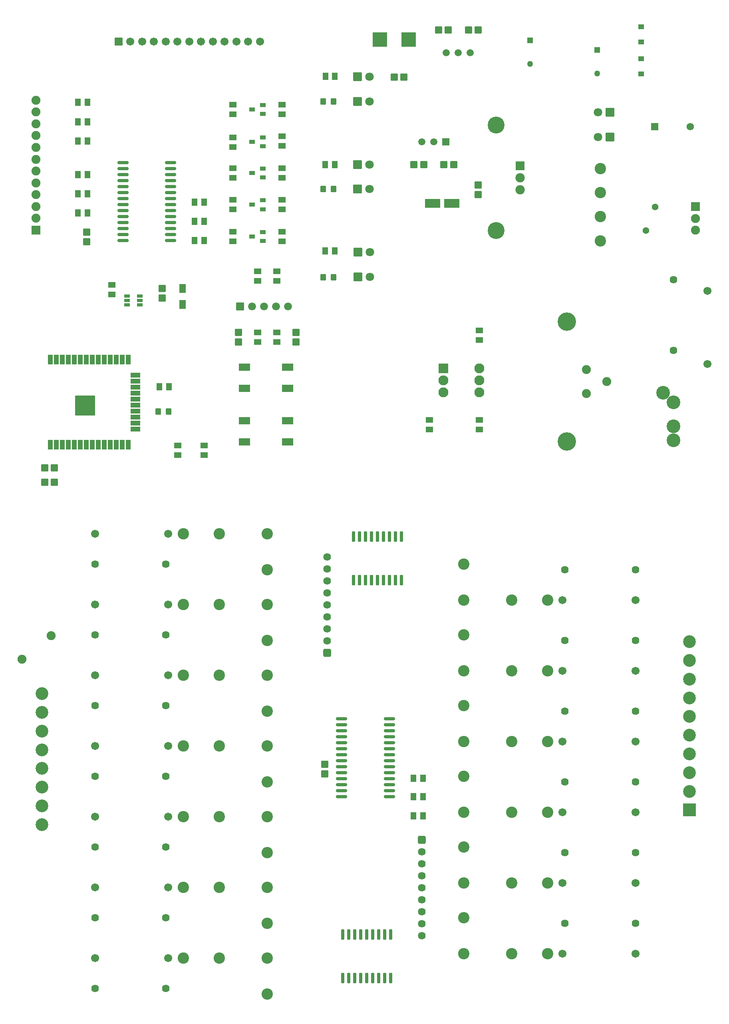
<source format=gts>
G04 Layer: TopSolderMaskLayer*
G04 EasyEDA Pro v2.1.49.573a4102.674264, 2024-03-15 18:46:32*
G04 Gerber Generator version 0.3*
G04 Scale: 100 percent, Rotated: No, Reflected: No*
G04 Dimensions in millimeters*
G04 Leading zeros omitted, absolute positions, 3 integers and 5 decimals*
%FSLAX35Y35*%
%MOMM*%
%AMRoundRect*1,1,$1,$2,$3*1,1,$1,$4,$5*1,1,$1,0-$2,0-$3*1,1,$1,0-$4,0-$5*20,1,$1,$2,$3,$4,$5,0*20,1,$1,$4,$5,0-$2,0-$3,0*20,1,$1,0-$2,0-$3,0-$4,0-$5,0*20,1,$1,0-$4,0-$5,$2,$3,0*4,1,4,$2,$3,$4,$5,0-$2,0-$3,0-$4,0-$5,$2,$3,0*%
%ADD10RoundRect,0.09093X-0.45455X-1.00455X-0.45455X1.00455*%
%ADD11RoundRect,0.09093X-1.00455X0.45455X1.00455X0.45455*%
%ADD12RoundRect,0.0977X-2.05116X-2.05116X-2.05116X2.05116*%
%ADD13RoundRect,0.09131X0.50514X-0.40514X-0.50514X-0.40514*%
%ADD14RoundRect,0.09387X-0.69237X-0.57013X-0.69237X0.57013*%
%ADD15O,2.4016X0.7016*%
%ADD16RoundRect,0.09495X-0.67833X-0.70833X-0.67833X0.70833*%
%ADD17RoundRect,0.0945X0.57013X-0.69237X-0.57013X-0.69237*%
%ADD18RoundRect,0.09387X0.57013X-0.69237X-0.57013X-0.69237*%
%ADD19RoundRect,0.09387X0.57013X-0.69237X-0.57013X-0.69237*%
%ADD20C,1.7016*%
%ADD21C,1.624*%
%ADD22RoundRect,0.40162X0.61199X0.61199X0.61199X-0.61199*%
%ADD23C,1.6256*%
%ADD24RoundRect,0.40162X-0.61199X-0.61199X-0.61199X0.61199*%
%ADD25C,2.4016*%
%ADD26RoundRect,0.09387X0.69237X0.57013X0.69237X-0.57013*%
%ADD27C,2.90159*%
%ADD28RoundRect,0.09387X-0.57013X0.69237X0.57013X0.69237*%
%ADD29RoundRect,0.09302X0.50429X-0.62929X-0.50429X-0.62929*%
%ADD30RoundRect,0.08906X0.55647X-0.30647X-0.55647X-0.30647*%
%ADD31RoundRect,0.09495X0.67833X0.70833X0.67833X-0.70833*%
%ADD32RoundRect,0.09471X0.65145X0.88219X0.65145X-0.88219*%
%ADD33RoundRect,0.09554X1.15303X-0.75303X-1.15303X-0.75303*%
%ADD34C,1.6764*%
%ADD35RoundRect,0.09579X-0.7903X0.7903X0.7903X0.7903*%
%ADD36RoundRect,0.09495X-0.70833X0.67833X0.70833X0.67833*%
%ADD37C,1.9016*%
%ADD38RoundRect,0.09588X0.80286X-0.80286X-0.80286X-0.80286*%
%ADD39C,1.90002*%
%ADD40RoundRect,0.09502X-0.9025X-0.9025X-0.9025X0.9025*%
%ADD41RoundRect,0.09645X0.90257X0.90257X0.90257X-0.90257*%
%ADD42C,1.438*%
%ADD43RoundRect,0.09618X-0.85271X0.85271X0.85271X0.85271*%
%ADD44C,1.8016*%
%ADD45RoundRect,0.09302X-0.50429X0.62929X0.50429X0.62929*%
%ADD46C,2.69999*%
%ADD47R,2.7X2.7*%
%ADD48RoundRect,0.08807X0.28676X-1.04927X-0.28676X-1.04927*%
%ADD49RoundRect,0.08807X-0.28676X1.04927X0.28676X1.04927*%
%ADD50RoundRect,0.09691X-1.00234X1.00234X1.00234X1.00234*%
%ADD51C,2.1016*%
%ADD52C,3.89999*%
%ADD53R,1.98X1.98*%
%ADD54C,1.98*%
%ADD55R,1.575X1.575*%
%ADD56C,1.575*%
%ADD57R,3.19999X1.85*%
%ADD58R,1.275X1.275*%
%ADD59C,1.275*%
%ADD60R,1.18X1.07*%
%ADD61C,1.5*%
%ADD62R,3.04999X3.09999*%
%ADD63RoundRect,0.09618X0.85271X-0.85271X-0.85271X-0.85271*%
%ADD64R,1.508X1.508*%
%ADD65C,1.508*%
%ADD66RoundRect,0.09495X0.70833X-0.67833X-0.70833X-0.67833*%
%ADD67C,3.58499*%
%ADD68C,2.902*%
G75*


G04 Pad Start*
G54D10*
G01X815378Y-9048890D03*
G01X942378Y-9048890D03*
G01X1069378Y-9048890D03*
G01X1196378Y-9048890D03*
G01X1323378Y-9048890D03*
G01X1450378Y-9048890D03*
G01X1577378Y-9048890D03*
G01X1704378Y-9048890D03*
G01X1831378Y-9048890D03*
G01X1958378Y-9048890D03*
G01X2085378Y-9048890D03*
G01X2212378Y-9048890D03*
G01X2339378Y-9048890D03*
G01X2466378Y-9048890D03*
G54D11*
G01X2616391Y-8720391D03*
G01X2616391Y-8593391D03*
G01X2616391Y-8466391D03*
G01X2616391Y-8339391D03*
G01X2616391Y-8212391D03*
G01X2616391Y-8085391D03*
G01X2616391Y-7958391D03*
G01X2616391Y-7831391D03*
G01X2616391Y-7704391D03*
G01X2616391Y-7577391D03*
G54D10*
G01X2466378Y-7248893D03*
G01X2339378Y-7248893D03*
G01X2212378Y-7248893D03*
G01X2085378Y-7248893D03*
G01X1958378Y-7248893D03*
G01X1831378Y-7248893D03*
G01X1704378Y-7248893D03*
G01X1577378Y-7248893D03*
G01X1450378Y-7248893D03*
G01X1323378Y-7248893D03*
G01X1196378Y-7248893D03*
G01X1069378Y-7248893D03*
G01X942378Y-7248893D03*
G01X815378Y-7248893D03*
G54D12*
G01X1549400Y-8216900D03*
G54D13*
G01X5322001Y-1848099D03*
G01X5091999Y-1943095D03*
G01X5322001Y-2038101D03*
G54D14*
G01X4686300Y-1843100D03*
G01X4686300Y-2043100D03*
G01X5727700Y-1843100D03*
G01X5727700Y-2043100D03*
G54D13*
G01X5322001Y-2533899D03*
G01X5091999Y-2628895D03*
G01X5322001Y-2723901D03*
G54D14*
G01X4686300Y-2541600D03*
G01X4686300Y-2741600D03*
G01X5727700Y-2516200D03*
G01X5727700Y-2716200D03*
G54D13*
G01X5322001Y-3194299D03*
G01X5091999Y-3289295D03*
G01X5322001Y-3384301D03*
G54D14*
G01X4686300Y-3189300D03*
G01X4686300Y-3389300D03*
G01X5727700Y-3189300D03*
G01X5727700Y-3389300D03*
G54D13*
G01X5322001Y-3867399D03*
G01X5091999Y-3962395D03*
G01X5322001Y-4057401D03*
G54D14*
G01X4686300Y-3862400D03*
G01X4686300Y-4062400D03*
G01X5727700Y-3862400D03*
G01X5727700Y-4062400D03*
G54D13*
G01X5322001Y-4540499D03*
G01X5091999Y-4635495D03*
G01X5322001Y-4730501D03*
G54D14*
G01X4686300Y-4535500D03*
G01X4686300Y-4735500D03*
G01X5727700Y-4535500D03*
G01X5727700Y-4735500D03*
G54D15*
G01X2351748Y-3073400D03*
G01X2351748Y-3200400D03*
G01X2351748Y-3327400D03*
G01X2351748Y-3454400D03*
G01X2351748Y-3581400D03*
G01X2351748Y-3708400D03*
G01X2351748Y-3835400D03*
G01X2351748Y-3962400D03*
G01X2351748Y-4089400D03*
G01X2351748Y-4216400D03*
G01X2351748Y-4343400D03*
G01X2351748Y-4470400D03*
G01X2351748Y-4597400D03*
G01X2351748Y-4724400D03*
G01X3363252Y-3073400D03*
G01X3363252Y-3200400D03*
G01X3363252Y-3327400D03*
G01X3363252Y-3454400D03*
G01X3363252Y-3581400D03*
G01X3363252Y-3708400D03*
G01X3363252Y-3835400D03*
G01X3363252Y-3962400D03*
G01X3363252Y-4089400D03*
G01X3363252Y-4216400D03*
G01X3363252Y-4343400D03*
G01X3363252Y-4470400D03*
G01X3363252Y-4597400D03*
G01X3363252Y-4724400D03*
G54D14*
G01X4076700Y-9069400D03*
G01X4076700Y-9269400D03*
G01X3517900Y-9069400D03*
G01X3517900Y-9269400D03*
G54D16*
G01X1587500Y-4548200D03*
G01X1587500Y-4748200D03*
G54D18*
G01X3875100Y-4724400D03*
G01X4075100Y-4724400D03*
G01X3875100Y-4318000D03*
G01X4075100Y-4318000D03*
G54D19*
G01X3875100Y-3911600D03*
G01X4075100Y-3911600D03*
G54D15*
G01X6987248Y-14859000D03*
G01X6987248Y-14986000D03*
G01X6987248Y-15113000D03*
G01X6987248Y-15240000D03*
G01X6987248Y-15367000D03*
G01X6987248Y-15494000D03*
G01X6987248Y-15621000D03*
G01X6987248Y-15748000D03*
G01X6987248Y-15875000D03*
G01X6987248Y-16002000D03*
G01X6987248Y-16129000D03*
G01X6987248Y-16256000D03*
G01X6987248Y-16383000D03*
G01X6987248Y-16510000D03*
G01X7998752Y-14859000D03*
G01X7998752Y-14986000D03*
G01X7998752Y-15113000D03*
G01X7998752Y-15240000D03*
G01X7998752Y-15367000D03*
G01X7998752Y-15494000D03*
G01X7998752Y-15621000D03*
G01X7998752Y-15748000D03*
G01X7998752Y-15875000D03*
G01X7998752Y-16002000D03*
G01X7998752Y-16129000D03*
G01X7998752Y-16256000D03*
G01X7998752Y-16383000D03*
G01X7998752Y-16510000D03*
G54D16*
G01X6629400Y-15825800D03*
G01X6629400Y-16025800D03*
G54D19*
G01X8512200Y-16916400D03*
G01X8712200Y-16916400D03*
G54D18*
G01X8512200Y-16510000D03*
G01X8712200Y-16510000D03*
G01X8512200Y-16116300D03*
G01X8712200Y-16116300D03*
G54D20*
G01X3315005Y-10934700D03*
G01X1764995Y-10934700D03*
G54D21*
G01X1764602Y-11582400D03*
G01X3264599Y-11582400D03*
G54D20*
G01X3315005Y-12433300D03*
G01X1764995Y-12433300D03*
G54D21*
G01X1764602Y-13081000D03*
G01X3264599Y-13081000D03*
G54D20*
G01X3315005Y-13931900D03*
G01X1764995Y-13931900D03*
G54D21*
G01X1764602Y-14579600D03*
G01X3264599Y-14579600D03*
G54D20*
G01X3315005Y-15430500D03*
G01X1764995Y-15430500D03*
G54D21*
G01X1764602Y-16078200D03*
G01X3264599Y-16078200D03*
G54D20*
G01X3315005Y-16929100D03*
G01X1764995Y-16929100D03*
G54D21*
G01X1764602Y-17576800D03*
G01X3264599Y-17576800D03*
G54D20*
G01X3315005Y-18427700D03*
G01X1764995Y-18427700D03*
G54D21*
G01X1764602Y-19075400D03*
G01X3264599Y-19075400D03*
G54D20*
G01X3315005Y-19926300D03*
G01X1764995Y-19926300D03*
G54D21*
G01X1764602Y-20574000D03*
G01X3264599Y-20574000D03*
G54D20*
G01X11670995Y-19837400D03*
G01X13221005Y-19837400D03*
G54D21*
G01X13221399Y-19189700D03*
G01X11721402Y-19189700D03*
G54D20*
G01X11670995Y-18338800D03*
G01X13221005Y-18338800D03*
G54D21*
G01X13221399Y-17691100D03*
G01X11721402Y-17691100D03*
G54D20*
G01X11670995Y-16840200D03*
G01X13221005Y-16840200D03*
G54D21*
G01X13221399Y-16192500D03*
G01X11721402Y-16192500D03*
G54D20*
G01X11670995Y-15341600D03*
G01X13221005Y-15341600D03*
G54D21*
G01X13221399Y-14693900D03*
G01X11721402Y-14693900D03*
G54D20*
G01X11670995Y-13843000D03*
G01X13221005Y-13843000D03*
G54D21*
G01X13221399Y-13195300D03*
G01X11721402Y-13195300D03*
G54D20*
G01X11670995Y-12344400D03*
G01X13221005Y-12344400D03*
G54D21*
G01X13221399Y-11696700D03*
G01X11721402Y-11696700D03*
G54D22*
G01X8686800Y-17424400D03*
G54D23*
G01X8686800Y-17678400D03*
G01X8686800Y-17932400D03*
G01X8686800Y-18186400D03*
G01X8686800Y-18440400D03*
G01X8686800Y-18694400D03*
G01X8686800Y-18948400D03*
G01X8686800Y-19202400D03*
G01X8686800Y-19456400D03*
G54D24*
G01X6680200Y-13462000D03*
G54D23*
G01X6680200Y-13208000D03*
G01X6680200Y-12954000D03*
G01X6680200Y-12700000D03*
G01X6680200Y-12446000D03*
G01X6680200Y-12192000D03*
G01X6680200Y-11938000D03*
G01X6680200Y-11684000D03*
G01X6680200Y-11430000D03*
G54D25*
G01X5410200Y-11696700D03*
G01X3632200Y-10934700D03*
G01X4394200Y-10934700D03*
G01X5410200Y-10934700D03*
G01X5410200Y-13195300D03*
G01X3632200Y-12433300D03*
G01X4394200Y-12433300D03*
G01X5410200Y-12433300D03*
G01X5410200Y-14693900D03*
G01X3632200Y-13931900D03*
G01X4394200Y-13931900D03*
G01X5410200Y-13931900D03*
G01X5410200Y-16192500D03*
G01X3632200Y-15430500D03*
G01X4394200Y-15430500D03*
G01X5410200Y-15430500D03*
G01X5410200Y-17691100D03*
G01X3632200Y-16929100D03*
G01X4394200Y-16929100D03*
G01X5410200Y-16929100D03*
G01X5410200Y-19189700D03*
G01X3632200Y-18427700D03*
G01X4394200Y-18427700D03*
G01X5410200Y-18427700D03*
G01X5410200Y-20688300D03*
G01X3632200Y-19926300D03*
G01X4394200Y-19926300D03*
G01X5410200Y-19926300D03*
G01X9575800Y-19075400D03*
G01X11353800Y-19837400D03*
G01X10591800Y-19837400D03*
G01X9575800Y-19837400D03*
G01X9575800Y-17576800D03*
G01X11353800Y-18338800D03*
G01X10591800Y-18338800D03*
G01X9575800Y-18338800D03*
G01X9575800Y-16078200D03*
G01X11353800Y-16840200D03*
G01X10591800Y-16840200D03*
G01X9575800Y-16840200D03*
G01X9575800Y-14579600D03*
G01X11353800Y-15341600D03*
G01X10591800Y-15341600D03*
G01X9575800Y-15341600D03*
G01X9575800Y-13081000D03*
G01X11353800Y-13843000D03*
G01X10591800Y-13843000D03*
G01X9575800Y-13843000D03*
G01X9575800Y-11582400D03*
G01X11353800Y-12344400D03*
G01X10591800Y-12344400D03*
G01X9575800Y-12344400D03*
G54D26*
G01X9906000Y-8723300D03*
G01X9906000Y-8523300D03*
G01X9906000Y-6831000D03*
G01X9906000Y-6631000D03*
G54D27*
G01X14020800Y-8661400D03*
G01X14020800Y-8153400D03*
G54D21*
G01X14020800Y-7049198D03*
G01X14020800Y-5549201D03*
G54D20*
G01X14744700Y-7340905D03*
G01X14744700Y-5790895D03*
G54D26*
G01X8851900Y-8723300D03*
G01X8851900Y-8523300D03*
G54D28*
G01X1598600Y-3327400D03*
G01X1398600Y-3327400D03*
G54D18*
G01X1398600Y-3733800D03*
G01X1598600Y-3733800D03*
G54D28*
G01X1598600Y-4140200D03*
G01X1398600Y-4140200D03*
G01X3325800Y-7823200D03*
G01X3125800Y-7823200D03*
G54D29*
G01X3323102Y-8343890D03*
G01X3103088Y-8343890D03*
G54D30*
G01X2443099Y-6089396D03*
G01X2443099Y-5994400D03*
G01X2443099Y-5899404D03*
G01X2713101Y-5899404D03*
G01X2713101Y-5994400D03*
G01X2713101Y-6089396D03*
G54D14*
G01X2120900Y-5665800D03*
G01X2120900Y-5865800D03*
G54D31*
G01X3187700Y-5940400D03*
G01X3187700Y-5740400D03*
G54D32*
G01X3619500Y-6074131D03*
G01X3619500Y-5736869D03*
G54D33*
G01X5839790Y-8988006D03*
G01X4929810Y-8987980D03*
G01X5839790Y-8537994D03*
G01X4929810Y-8537994D03*
G01X5839790Y-7857706D03*
G01X4929810Y-7857680D03*
G01X5839790Y-7407694D03*
G01X4929810Y-7407694D03*
G54D34*
G01X5854700Y-6121400D03*
G01X5600700Y-6121400D03*
G01X5346700Y-6121400D03*
G01X5092700Y-6121400D03*
G54D35*
G01X4838700Y-6121400D03*
G54D26*
G01X5207000Y-6869100D03*
G01X5207000Y-6669100D03*
G01X5613400Y-6869100D03*
G01X5613400Y-6669100D03*
G54D31*
G01X4800600Y-6869100D03*
G01X4800600Y-6669100D03*
G01X6019800Y-6869100D03*
G01X6019800Y-6669100D03*
G54D26*
G01X5207000Y-5573700D03*
G01X5207000Y-5373700D03*
G01X5613400Y-5573700D03*
G01X5613400Y-5373700D03*
G54D36*
G01X900100Y-9537700D03*
G01X700100Y-9537700D03*
G01X900100Y-9842500D03*
G01X700100Y-9842500D03*
G54D37*
G01X210693Y-13597699D03*
G01X830707Y-13097700D03*
G54D38*
G01X2259203Y-508005D03*
G54D20*
G01X2509190Y-508005D03*
G01X2759202Y-508005D03*
G01X3009214Y-508005D03*
G01X3259201Y-508005D03*
G01X3509213Y-508005D03*
G01X3759200Y-508005D03*
G01X4009212Y-508005D03*
G01X4259199Y-508005D03*
G01X4509211Y-508005D03*
G01X4759198Y-508005D03*
G01X5009210Y-508005D03*
G01X5259197Y-508005D03*
G54D39*
G01X508127Y-1749196D03*
G01X508000Y-2999207D03*
G01X507898Y-2749194D03*
G01X508051Y-2499208D03*
G01X508076Y-2249195D03*
G01X508102Y-1999209D03*
G01X508000Y-3249193D03*
G01X507975Y-3499206D03*
G01X507949Y-3749192D03*
G01X507924Y-3999154D03*
G01X507898Y-4249191D03*
G54D40*
G01X507873Y-4499204D03*
G54D28*
G01X1598600Y-2616200D03*
G01X1398600Y-2616200D03*
G54D19*
G01X1398600Y-1790700D03*
G01X1598600Y-1790700D03*
G54D28*
G01X1598600Y-2209800D03*
G01X1398600Y-2209800D03*
G54D25*
G01X12471400Y-3197403D03*
G01X12471400Y-3707409D03*
G01X12471400Y-4217391D03*
G01X12471400Y-4727397D03*
G54D41*
G01X14490700Y-4004500D03*
G54D37*
G01X14490700Y-4254513D03*
G01X14490700Y-4504499D03*
G54D42*
G01X13436600Y-4508500D03*
G01X13636600Y-4008501D03*
G54D43*
G01X7331530Y-5488573D03*
G54D44*
G01X7585530Y-5488573D03*
G54D18*
G01X6643700Y-4940300D03*
G01X6843700Y-4940300D03*
G54D45*
G01X6596598Y-5499110D03*
G01X6816612Y-5499110D03*
G54D43*
G01X7327900Y-3632200D03*
G54D44*
G01X7581900Y-3632200D03*
G54D45*
G01X6596598Y-3632210D03*
G01X6816612Y-3632210D03*
G54D28*
G01X6843700Y-3111500D03*
G01X6643700Y-3111500D03*
G54D43*
G01X7328865Y-1773258D03*
G54D44*
G01X7582865Y-1773258D03*
G54D28*
G01X6844664Y-1239858D03*
G01X6644665Y-1239858D03*
G54D45*
G01X6596562Y-1773268D03*
G01X6816577Y-1773268D03*
G54D46*
G01X635000Y-14325600D03*
G01X635000Y-14721599D03*
G01X635000Y-15117598D03*
G01X635000Y-15513598D03*
G01X635000Y-15909597D03*
G01X635000Y-16305596D03*
G01X635000Y-16701595D03*
G01X635000Y-17097594D03*
G54D47*
G01X14363700Y-16789400D03*
G54D46*
G01X14363700Y-16393401D03*
G01X14363700Y-15997402D03*
G01X14363700Y-15601402D03*
G01X14363700Y-15205403D03*
G01X14363700Y-14808200D03*
G01X14363700Y-14412201D03*
G01X14363700Y-14016202D03*
G01X14363700Y-13620202D03*
G01X14363700Y-13224203D03*
G54D48*
G01X8026400Y-19426453D03*
G01X7899400Y-19426453D03*
G01X7772400Y-19426453D03*
G01X7645400Y-19426453D03*
G01X7518400Y-19426453D03*
G01X7391400Y-19426453D03*
G01X7264400Y-19426453D03*
G01X7137400Y-19426453D03*
G01X7010400Y-19426453D03*
G01X7010400Y-20349947D03*
G01X7137400Y-20349947D03*
G01X7264400Y-20349947D03*
G01X7391400Y-20349947D03*
G01X7518400Y-20349947D03*
G01X7645400Y-20349947D03*
G01X7772400Y-20349947D03*
G01X7899400Y-20349947D03*
G01X8026400Y-20349947D03*
G54D49*
G01X7239000Y-11917147D03*
G01X7366000Y-11917147D03*
G01X7493000Y-11917147D03*
G01X7620000Y-11917147D03*
G01X7747000Y-11917147D03*
G01X7874000Y-11917147D03*
G01X8001000Y-11917147D03*
G01X8128000Y-11917147D03*
G01X8255000Y-11917147D03*
G01X8255000Y-10993653D03*
G01X8128000Y-10993653D03*
G01X8001000Y-10993653D03*
G01X7874000Y-10993653D03*
G01X7747000Y-10993653D03*
G01X7620000Y-10993653D03*
G01X7493000Y-10993653D03*
G01X7366000Y-10993653D03*
G01X7239000Y-10993653D03*
G54D50*
G01X9144000Y-7429500D03*
G54D51*
G01X9144000Y-7683500D03*
G01X9144000Y-7937500D03*
G01X9906000Y-7937500D03*
G01X9906000Y-7683500D03*
G01X9906000Y-7429500D03*
G54D52*
G01X11760200Y-6438900D03*
G01X11760200Y-8978895D03*
G54D43*
G01X7331530Y-4967873D03*
G54D44*
G01X7585530Y-4967873D03*
G54D43*
G01X7327900Y-3111500D03*
G54D44*
G01X7581900Y-3111500D03*
G54D31*
G01X9880600Y-3747897D03*
G01X9880600Y-3541903D03*
G54D53*
G01X10769600Y-3136900D03*
G54D54*
G01X10769600Y-3391899D03*
G01X10769600Y-3646899D03*
G54D43*
G01X7328865Y-1252558D03*
G54D44*
G01X7582865Y-1252558D03*
G54D55*
G01X13627100Y-2311400D03*
G54D56*
G01X14377099Y-2311400D03*
G54D57*
G01X9323600Y-3937000D03*
G01X8913600Y-3937000D03*
G54D58*
G01X10985500Y-482600D03*
G54D59*
G01X10985500Y-982599D03*
G54D60*
G01X13335000Y-193100D03*
G01X13335000Y-518100D03*
G54D61*
G01X9716464Y-744058D03*
G01X9462465Y-744058D03*
G01X9208465Y-744058D03*
G54D36*
G01X9247962Y-261958D03*
G01X9041968Y-261958D03*
G54D62*
G01X8408564Y-465158D03*
G01X7798565Y-465158D03*
G54D36*
G01X8307197Y-1257300D03*
G01X8101203Y-1257300D03*
G54D63*
G01X12674600Y-2006600D03*
G54D44*
G01X12420600Y-2006600D03*
G54D63*
G01X12674600Y-2527300D03*
G54D44*
G01X12420600Y-2527300D03*
G54D60*
G01X13335000Y-866200D03*
G01X13335000Y-1191200D03*
G54D64*
G01X9195540Y-2634559D03*
G54D65*
G01X8941541Y-2634559D03*
G01X8687541Y-2634559D03*
G54D58*
G01X12407900Y-685800D03*
G54D59*
G01X12407900Y-1185799D03*
G54D66*
G01X9156044Y-3110759D03*
G01X9362038Y-3110759D03*
G54D36*
G01X8727038Y-3110759D03*
G01X8521044Y-3110759D03*
G54D66*
G01X9676968Y-261958D03*
G01X9882962Y-261958D03*
G54D67*
G01X10261600Y-4508500D03*
G01X10261600Y-2272504D03*
G54D37*
G01X12611100Y-7708900D03*
G01X12179795Y-7454887D03*
G01X12178805Y-7962913D03*
G04 Pad End*

G04 Via Start*
G54D68*
G01X13804900Y-7950200D03*
G01X14020800Y-8953500D03*
G04 Via End*

M02*

</source>
